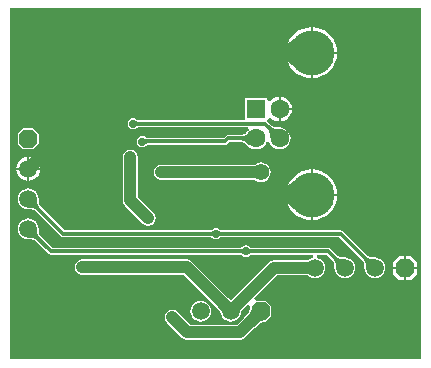
<source format=gbl>
%FSLAX25Y25*%
%MOIN*%
G70*
G01*
G75*
G04 Layer_Physical_Order=2*
G04 Layer_Color=16711680*
%ADD10R,0.05906X0.05118*%
%ADD11R,0.04921X0.01181*%
%ADD12R,0.05118X0.05906*%
%ADD13R,0.08012X0.05906*%
%ADD14R,0.08661X0.05906*%
%ADD15C,0.03937*%
%ADD16C,0.01181*%
%ADD17C,0.05906*%
G04:AMPARAMS|DCode=18|XSize=59.06mil|YSize=59.06mil|CornerRadius=0mil|HoleSize=0mil|Usage=FLASHONLY|Rotation=270.000|XOffset=0mil|YOffset=0mil|HoleType=Round|Shape=Octagon|*
%AMOCTAGOND18*
4,1,8,-0.01476,-0.02953,0.01476,-0.02953,0.02953,-0.01476,0.02953,0.01476,0.01476,0.02953,-0.01476,0.02953,-0.02953,0.01476,-0.02953,-0.01476,-0.01476,-0.02953,0.0*
%
%ADD18OCTAGOND18*%

G04:AMPARAMS|DCode=19|XSize=59.06mil|YSize=59.06mil|CornerRadius=0mil|HoleSize=0mil|Usage=FLASHONLY|Rotation=180.000|XOffset=0mil|YOffset=0mil|HoleType=Round|Shape=Octagon|*
%AMOCTAGOND19*
4,1,8,-0.02953,0.01476,-0.02953,-0.01476,-0.01476,-0.02953,0.01476,-0.02953,0.02953,-0.01476,0.02953,0.01476,0.01476,0.02953,-0.01476,0.02953,-0.02953,0.01476,0.0*
%
%ADD19OCTAGOND19*%

%ADD20C,0.14961*%
%ADD21C,0.06299*%
%ADD22R,0.06299X0.06299*%
%ADD23C,0.02756*%
%ADD24C,0.03937*%
%ADD25C,0.05512*%
G36*
X191000Y54000D02*
X54000D01*
Y171000D01*
X191000D01*
Y54000D01*
D02*
G37*
%LPC*%
G36*
X154744Y117291D02*
Y109095D01*
X162941D01*
X162806Y110462D01*
X162321Y112060D01*
X161534Y113533D01*
X160474Y114825D01*
X159183Y115884D01*
X157710Y116672D01*
X156111Y117157D01*
X154744Y117291D01*
D02*
G37*
G36*
X154154D02*
X152786Y117157D01*
X151188Y116672D01*
X149715Y115884D01*
X148423Y114825D01*
X147364Y113533D01*
X146604Y112112D01*
X146625Y112124D01*
X147275Y112541D01*
X147930Y113022D01*
X148588Y113567D01*
X149249Y114177D01*
X149113Y109095D01*
X154154D01*
Y117291D01*
D02*
G37*
G36*
Y108504D02*
X149097D01*
X148968Y103708D01*
X148350Y104340D01*
X147729Y104905D01*
X147107Y105403D01*
X146487Y105832D01*
X146576Y105538D01*
X147364Y104065D01*
X148423Y102774D01*
X149715Y101714D01*
X151188Y100926D01*
X152786Y100442D01*
X154154Y100307D01*
Y108504D01*
D02*
G37*
G36*
X137500Y119615D02*
X136652Y119503D01*
X135862Y119176D01*
X135434Y118847D01*
X104339D01*
X103378Y118656D01*
X102565Y118113D01*
X102021Y117299D01*
X101830Y116339D01*
X102021Y115378D01*
X102565Y114565D01*
X103378Y114021D01*
X104339Y113830D01*
X135434D01*
X135862Y113501D01*
X136652Y113174D01*
X137500Y113063D01*
X138348Y113174D01*
X139138Y113501D01*
X139816Y114022D01*
X140337Y114700D01*
X140664Y115491D01*
X140776Y116339D01*
X140664Y117186D01*
X140337Y117977D01*
X139816Y118655D01*
X139138Y119176D01*
X138348Y119503D01*
X137500Y119615D01*
D02*
G37*
G36*
X59705Y121448D02*
X58968Y121351D01*
X58007Y120953D01*
X57181Y120319D01*
X56547Y119493D01*
X56149Y118532D01*
X56052Y117795D01*
X59705D01*
Y121448D01*
D02*
G37*
G36*
X63948Y117205D02*
X60295D01*
Y113552D01*
X61032Y113649D01*
X61993Y114047D01*
X62819Y114681D01*
X63453Y115507D01*
X63851Y116468D01*
X63948Y117205D01*
D02*
G37*
G36*
X59705D02*
X56052D01*
X56149Y116468D01*
X56547Y115507D01*
X57181Y114681D01*
X58007Y114047D01*
X58968Y113649D01*
X59705Y113552D01*
Y117205D01*
D02*
G37*
G36*
X162941Y108504D02*
X154744D01*
Y100307D01*
X156111Y100442D01*
X157710Y100926D01*
X159183Y101714D01*
X160474Y102774D01*
X161534Y104065D01*
X162321Y105538D01*
X162806Y107137D01*
X162941Y108504D01*
D02*
G37*
G36*
X60000Y100975D02*
X59101Y100856D01*
X58263Y100509D01*
X57543Y99957D01*
X56991Y99237D01*
X56644Y98399D01*
X56525Y97500D01*
X56644Y96601D01*
X56991Y95763D01*
X57543Y95043D01*
X58263Y94491D01*
X59101Y94144D01*
X59986Y94027D01*
X60013Y94015D01*
X60769Y93992D01*
X61085Y93959D01*
X61376Y93912D01*
X61638Y93852D01*
X61869Y93780D01*
X62070Y93699D01*
X62241Y93608D01*
X62385Y93511D01*
X62530Y93384D01*
X62569Y93370D01*
X66719Y89219D01*
X67078Y88980D01*
X67500Y88896D01*
X130371D01*
X130414Y88877D01*
X130540Y88874D01*
X130641Y88865D01*
X130733Y88851D01*
X130815Y88834D01*
X130887Y88812D01*
X130950Y88787D01*
X131006Y88760D01*
X131054Y88730D01*
X131097Y88698D01*
X131154Y88644D01*
X131173Y88637D01*
X131770Y88238D01*
X132500Y88093D01*
X133230Y88238D01*
X133827Y88637D01*
X133846Y88644D01*
X133903Y88698D01*
X133946Y88730D01*
X133994Y88760D01*
X134050Y88787D01*
X134113Y88812D01*
X134185Y88834D01*
X134267Y88851D01*
X134359Y88865D01*
X134460Y88874D01*
X134586Y88877D01*
X134629Y88896D01*
X154838D01*
X154904Y87896D01*
X154601Y87856D01*
X153763Y87509D01*
X153218Y87091D01*
X151658Y87009D01*
X142000D01*
X142000Y87009D01*
X141040Y86818D01*
X140226Y86274D01*
X128099Y74147D01*
X127588Y73659D01*
X127533Y73612D01*
X126558Y74490D01*
X114534Y86514D01*
X113720Y87058D01*
X112760Y87249D01*
X78000D01*
X77040Y87058D01*
X76226Y86514D01*
X75682Y85700D01*
X75491Y84740D01*
X75682Y83780D01*
X76226Y82966D01*
X77040Y82422D01*
X78000Y82231D01*
X111721D01*
X123353Y70599D01*
X123841Y70088D01*
X124020Y69879D01*
X124046Y69844D01*
X124144Y69101D01*
X124491Y68263D01*
X125043Y67543D01*
X125763Y66991D01*
X126601Y66644D01*
X127500Y66525D01*
X128399Y66644D01*
X129237Y66991D01*
X129957Y67543D01*
X130509Y68263D01*
X130856Y69101D01*
X130946Y69781D01*
X131990Y70942D01*
X133256Y72208D01*
X134055Y71593D01*
Y71566D01*
X134028Y71514D01*
X134004Y71216D01*
X133936Y70925D01*
X133817Y70596D01*
X133643Y70233D01*
X133412Y69838D01*
X133124Y69412D01*
X132782Y68962D01*
X131912Y67965D01*
X131748Y67796D01*
X129461Y65509D01*
X114039D01*
X109774Y69774D01*
X108960Y70318D01*
X108000Y70509D01*
X107040Y70318D01*
X106226Y69774D01*
X105682Y68960D01*
X105491Y68000D01*
X105682Y67040D01*
X106226Y66226D01*
X111226Y61226D01*
X112040Y60682D01*
X113000Y60491D01*
X130500D01*
X131460Y60682D01*
X132274Y61226D01*
X135296Y64248D01*
X135465Y64412D01*
X136462Y65282D01*
X136912Y65624D01*
X137338Y65912D01*
X137733Y66143D01*
X138096Y66317D01*
X138425Y66436D01*
X138716Y66504D01*
X139014Y66528D01*
X139066Y66555D01*
X139222D01*
X140945Y68278D01*
Y71722D01*
X139222Y73445D01*
X135907D01*
X135292Y74244D01*
X143039Y81991D01*
X152144D01*
X152850Y81975D01*
X153125Y81954D01*
X153168Y81947D01*
X153763Y81491D01*
X154601Y81144D01*
X155500Y81025D01*
X156399Y81144D01*
X157237Y81491D01*
X157957Y82043D01*
X158509Y82763D01*
X158856Y83601D01*
X158975Y84500D01*
X158856Y85399D01*
X158509Y86237D01*
X157957Y86957D01*
X157237Y87509D01*
X156399Y87856D01*
X156096Y87896D01*
X156162Y88896D01*
X159543D01*
X161370Y87069D01*
X161383Y87030D01*
X161511Y86885D01*
X161608Y86741D01*
X161699Y86570D01*
X161781Y86369D01*
X161852Y86137D01*
X161912Y85876D01*
X161958Y85591D01*
X162011Y84907D01*
X162015Y84524D01*
X162025Y84499D01*
X162144Y83601D01*
X162491Y82763D01*
X163043Y82043D01*
X163763Y81491D01*
X164601Y81144D01*
X165500Y81025D01*
X166399Y81144D01*
X167237Y81491D01*
X167957Y82043D01*
X168509Y82763D01*
X168856Y83601D01*
X168975Y84500D01*
X168856Y85399D01*
X168509Y86237D01*
X167957Y86957D01*
X167237Y87509D01*
X166399Y87856D01*
X165514Y87973D01*
X165487Y87985D01*
X164731Y88008D01*
X164415Y88041D01*
X164124Y88088D01*
X163863Y88148D01*
X163631Y88219D01*
X163430Y88301D01*
X163259Y88392D01*
X163115Y88489D01*
X162970Y88617D01*
X162931Y88630D01*
X160781Y90781D01*
X160422Y91020D01*
X160000Y91104D01*
X134629D01*
X134586Y91123D01*
X134460Y91126D01*
X134359Y91135D01*
X134267Y91149D01*
X134185Y91166D01*
X134113Y91188D01*
X134050Y91213D01*
X133994Y91240D01*
X133946Y91270D01*
X133903Y91302D01*
X133846Y91356D01*
X133827Y91363D01*
X133230Y91762D01*
X132500Y91907D01*
X131770Y91762D01*
X131173Y91363D01*
X131154Y91356D01*
X131097Y91302D01*
X131054Y91270D01*
X131006Y91240D01*
X130950Y91213D01*
X130887Y91188D01*
X130815Y91166D01*
X130733Y91149D01*
X130641Y91135D01*
X130540Y91126D01*
X130414Y91123D01*
X130371Y91104D01*
X67957D01*
X64130Y94931D01*
X64117Y94970D01*
X63989Y95115D01*
X63892Y95259D01*
X63801Y95430D01*
X63719Y95631D01*
X63648Y95863D01*
X63588Y96124D01*
X63542Y96409D01*
X63489Y97093D01*
X63485Y97476D01*
X63475Y97501D01*
X63356Y98399D01*
X63009Y99237D01*
X62457Y99957D01*
X61737Y100509D01*
X60899Y100856D01*
X60000Y100975D01*
D02*
G37*
G36*
Y110975D02*
X59101Y110856D01*
X58263Y110509D01*
X57543Y109957D01*
X56991Y109237D01*
X56644Y108399D01*
X56525Y107500D01*
X56644Y106601D01*
X56991Y105763D01*
X57543Y105043D01*
X58263Y104491D01*
X59101Y104144D01*
X59986Y104027D01*
X60013Y104015D01*
X60769Y103992D01*
X61085Y103959D01*
X61376Y103912D01*
X61638Y103852D01*
X61869Y103780D01*
X62070Y103699D01*
X62241Y103608D01*
X62385Y103511D01*
X62530Y103383D01*
X62569Y103370D01*
X70853Y95086D01*
X71211Y94846D01*
X71634Y94762D01*
X120371D01*
X120414Y94743D01*
X120539Y94740D01*
X120641Y94731D01*
X120733Y94718D01*
X120815Y94700D01*
X120887Y94678D01*
X120950Y94653D01*
X121006Y94626D01*
X121054Y94596D01*
X121097Y94564D01*
X121154Y94511D01*
X121173Y94503D01*
X121770Y94105D01*
X122500Y93959D01*
X123230Y94105D01*
X123827Y94503D01*
X123846Y94511D01*
X123903Y94564D01*
X123946Y94596D01*
X123995Y94626D01*
X124050Y94653D01*
X124113Y94678D01*
X124185Y94700D01*
X124267Y94718D01*
X124359Y94731D01*
X124460Y94740D01*
X124586Y94743D01*
X124629Y94762D01*
X163677D01*
X171370Y87069D01*
X171383Y87030D01*
X171511Y86885D01*
X171608Y86741D01*
X171699Y86570D01*
X171781Y86369D01*
X171852Y86137D01*
X171912Y85876D01*
X171958Y85591D01*
X172011Y84907D01*
X172015Y84524D01*
X172026Y84499D01*
X172144Y83601D01*
X172491Y82763D01*
X173043Y82043D01*
X173763Y81491D01*
X174601Y81144D01*
X175500Y81025D01*
X176399Y81144D01*
X177237Y81491D01*
X177957Y82043D01*
X178509Y82763D01*
X178856Y83601D01*
X178975Y84500D01*
X178856Y85399D01*
X178509Y86237D01*
X177957Y86957D01*
X177237Y87509D01*
X176399Y87856D01*
X175514Y87973D01*
X175487Y87985D01*
X174731Y88008D01*
X174415Y88041D01*
X174124Y88088D01*
X173863Y88148D01*
X173631Y88219D01*
X173430Y88301D01*
X173259Y88392D01*
X173115Y88489D01*
X172970Y88617D01*
X172931Y88630D01*
X164914Y96647D01*
X164556Y96886D01*
X164134Y96970D01*
X124629D01*
X124586Y96989D01*
X124460Y96992D01*
X124359Y97001D01*
X124267Y97015D01*
X124185Y97033D01*
X124113Y97054D01*
X124050Y97079D01*
X123994Y97106D01*
X123946Y97136D01*
X123903Y97168D01*
X123846Y97222D01*
X123827Y97229D01*
X123230Y97628D01*
X122500Y97773D01*
X121770Y97628D01*
X121173Y97229D01*
X121154Y97222D01*
X121097Y97169D01*
X121054Y97136D01*
X121005Y97106D01*
X120950Y97079D01*
X120887Y97054D01*
X120815Y97033D01*
X120733Y97015D01*
X120641Y97001D01*
X120539Y96992D01*
X120414Y96989D01*
X120371Y96970D01*
X72091D01*
X64130Y104931D01*
X64117Y104970D01*
X63989Y105115D01*
X63892Y105259D01*
X63801Y105430D01*
X63719Y105631D01*
X63648Y105862D01*
X63588Y106124D01*
X63542Y106409D01*
X63489Y107093D01*
X63485Y107476D01*
X63475Y107501D01*
X63356Y108399D01*
X63009Y109237D01*
X62457Y109957D01*
X61737Y110509D01*
X60899Y110856D01*
X60000Y110975D01*
D02*
G37*
G36*
X187476Y88453D02*
X185795D01*
Y84795D01*
X189453D01*
Y86476D01*
X187476Y88453D01*
D02*
G37*
G36*
X189453Y84205D02*
X185795D01*
Y80547D01*
X187476D01*
X189453Y82524D01*
Y84205D01*
D02*
G37*
G36*
X185205Y88453D02*
X183524D01*
X181547Y86476D01*
Y84795D01*
X185205D01*
Y88453D01*
D02*
G37*
G36*
X94000Y123792D02*
X93040Y123601D01*
X92226Y123057D01*
X91682Y122243D01*
X91491Y121283D01*
Y107000D01*
X91682Y106040D01*
X92226Y105226D01*
X98226Y99226D01*
X99040Y98682D01*
X100000Y98491D01*
X100960Y98682D01*
X101774Y99226D01*
X102318Y100040D01*
X102509Y101000D01*
X102318Y101960D01*
X101774Y102774D01*
X96509Y108039D01*
Y121283D01*
X96318Y122243D01*
X95774Y123057D01*
X94960Y123601D01*
X94000Y123792D01*
D02*
G37*
G36*
X185205Y84205D02*
X181547D01*
Y82524D01*
X183524Y80547D01*
X185205D01*
Y84205D01*
D02*
G37*
G36*
X147926Y137126D02*
X144075D01*
Y133275D01*
X144863Y133379D01*
X145872Y133797D01*
X146739Y134462D01*
X147404Y135329D01*
X147822Y136338D01*
X147926Y137126D01*
D02*
G37*
G36*
X154154Y164693D02*
X152786Y164558D01*
X151188Y164074D01*
X149715Y163286D01*
X148423Y162226D01*
X147364Y160935D01*
X146576Y159462D01*
X146539Y159339D01*
X146551Y159346D01*
X147189Y159771D01*
X147827Y160261D01*
X148467Y160816D01*
X149107Y161437D01*
Y156496D01*
X154154D01*
Y164693D01*
D02*
G37*
G36*
X117500Y73475D02*
X116601Y73356D01*
X115763Y73009D01*
X115043Y72457D01*
X114491Y71737D01*
X114144Y70899D01*
X114025Y70000D01*
X114144Y69101D01*
X114491Y68263D01*
X115043Y67543D01*
X115763Y66991D01*
X116601Y66644D01*
X117500Y66525D01*
X118399Y66644D01*
X119237Y66991D01*
X119957Y67543D01*
X120509Y68263D01*
X120856Y69101D01*
X120975Y70000D01*
X120856Y70899D01*
X120509Y71737D01*
X119957Y72457D01*
X119237Y73009D01*
X118399Y73356D01*
X117500Y73475D01*
D02*
G37*
G36*
X144075Y141568D02*
Y137716D01*
X147926D01*
X147822Y138505D01*
X147404Y139514D01*
X146739Y140381D01*
X145872Y141046D01*
X144863Y141464D01*
X144075Y141568D01*
D02*
G37*
G36*
X154154Y155905D02*
X149107D01*
Y150965D01*
X148467Y151585D01*
X147827Y152141D01*
X147189Y152631D01*
X146551Y153056D01*
X146539Y153063D01*
X146576Y152940D01*
X147364Y151467D01*
X148423Y150175D01*
X149715Y149116D01*
X151188Y148328D01*
X152786Y147843D01*
X154154Y147708D01*
Y155905D01*
D02*
G37*
G36*
X162941D02*
X154744D01*
Y147708D01*
X156111Y147843D01*
X157710Y148328D01*
X159183Y149116D01*
X160474Y150175D01*
X161534Y151467D01*
X162321Y152940D01*
X162806Y154538D01*
X162941Y155905D01*
D02*
G37*
G36*
X143484Y141568D02*
X142696Y141464D01*
X141687Y141046D01*
X140820Y140381D01*
X140547Y140025D01*
X139547Y140365D01*
Y141063D01*
X132264D01*
Y134604D01*
X132264Y133780D01*
X131337Y133604D01*
X131336D01*
X97129D01*
X97086Y133623D01*
X96961Y133626D01*
X96859Y133635D01*
X96767Y133649D01*
X96685Y133666D01*
X96613Y133688D01*
X96550Y133713D01*
X96494Y133740D01*
X96446Y133770D01*
X96403Y133802D01*
X96346Y133856D01*
X96327Y133863D01*
X95730Y134262D01*
X95000Y134407D01*
X94270Y134262D01*
X93652Y133848D01*
X93238Y133230D01*
X93093Y132500D01*
X93238Y131770D01*
X93652Y131152D01*
X94270Y130738D01*
X95000Y130593D01*
X95730Y130738D01*
X96327Y131137D01*
X96346Y131144D01*
X96403Y131198D01*
X96446Y131230D01*
X96495Y131260D01*
X96550Y131287D01*
X96613Y131312D01*
X96685Y131334D01*
X96767Y131351D01*
X96859Y131365D01*
X96961Y131374D01*
X97086Y131377D01*
X97129Y131396D01*
X133256D01*
X133595Y130396D01*
X133312Y130179D01*
X133291Y130171D01*
X132688Y129602D01*
X132419Y129381D01*
X132158Y129190D01*
X131911Y129032D01*
X131679Y128907D01*
X131464Y128814D01*
X131266Y128750D01*
X131086Y128715D01*
X130886Y128701D01*
X130849Y128683D01*
X126579D01*
X126579Y128683D01*
X126156Y128599D01*
X125798Y128359D01*
X125798Y128359D01*
X125118Y127679D01*
X100090D01*
X100047Y127698D01*
X99921Y127701D01*
X99817Y127709D01*
X99722Y127722D01*
X99636Y127740D01*
X99560Y127761D01*
X99492Y127786D01*
X99432Y127813D01*
X99379Y127843D01*
X99332Y127875D01*
X99271Y127926D01*
X99198Y127949D01*
X98730Y128262D01*
X98000Y128407D01*
X97270Y128262D01*
X96652Y127848D01*
X96238Y127230D01*
X96093Y126500D01*
X96238Y125770D01*
X96652Y125152D01*
X97270Y124738D01*
X98000Y124593D01*
X98730Y124738D01*
X99348Y125152D01*
X99383Y125204D01*
X99416Y125218D01*
X99470Y125273D01*
X99508Y125305D01*
X99551Y125334D01*
X99602Y125361D01*
X99660Y125386D01*
X99728Y125407D01*
X99806Y125426D01*
X99895Y125440D01*
X99995Y125448D01*
X100119Y125452D01*
X100128Y125455D01*
X100137Y125452D01*
X100174Y125471D01*
X125575D01*
X125997Y125555D01*
X126355Y125794D01*
X127036Y126475D01*
X130849D01*
X130886Y126457D01*
X131086Y126443D01*
X131266Y126407D01*
X131464Y126344D01*
X131679Y126250D01*
X131911Y126125D01*
X132158Y125967D01*
X132414Y125780D01*
X132983Y125289D01*
X133283Y124994D01*
X133306Y124985D01*
X133308Y124981D01*
X134069Y124398D01*
X134955Y124031D01*
X135906Y123906D01*
X136856Y124031D01*
X137742Y124398D01*
X138503Y124981D01*
X139087Y125742D01*
X139308Y126276D01*
X140377D01*
X140598Y125742D01*
X141182Y124981D01*
X141943Y124398D01*
X142829Y124031D01*
X143780Y123906D01*
X144730Y124031D01*
X145616Y124398D01*
X146377Y124981D01*
X146961Y125742D01*
X147327Y126628D01*
X147453Y127579D01*
X147327Y128529D01*
X146961Y129415D01*
X146377Y130176D01*
X145616Y130760D01*
X144730Y131127D01*
X143784Y131251D01*
X143763Y131261D01*
X142936Y131285D01*
X142589Y131319D01*
X142269Y131368D01*
X141983Y131431D01*
X141731Y131506D01*
X141512Y131593D01*
X141328Y131688D01*
X141175Y131790D01*
X141023Y131922D01*
X140985Y131935D01*
X139966Y132953D01*
X139966Y132953D01*
X139667Y133544D01*
X139812Y134132D01*
X140519Y134363D01*
X140895Y134404D01*
X141687Y133797D01*
X142696Y133379D01*
X143484Y133275D01*
Y137421D01*
Y141568D01*
D02*
G37*
G36*
X62732Y120386D02*
X62886Y120232D01*
X62819Y120319D01*
X62732Y120386D01*
D02*
G37*
G36*
X63851Y118529D02*
X63192Y117795D01*
X63948D01*
X63851Y118529D01*
D02*
G37*
G36*
X60295Y120187D02*
Y117795D01*
X62687D01*
X60295Y120187D01*
D02*
G37*
G36*
Y121448D02*
Y120635D01*
X60445Y120764D01*
X61052Y121343D01*
X61032Y121351D01*
X60295Y121448D01*
D02*
G37*
G36*
X154744Y164693D02*
Y156496D01*
X162941D01*
X162806Y157863D01*
X162321Y159462D01*
X161534Y160935D01*
X160474Y162226D01*
X159183Y163286D01*
X157710Y164074D01*
X156111Y164558D01*
X154744Y164693D01*
D02*
G37*
G36*
X61722Y130945D02*
X58278D01*
X56555Y129222D01*
Y125778D01*
X58278Y124055D01*
X61722D01*
X63445Y125778D01*
Y129222D01*
X61722Y130945D01*
D02*
G37*
%LPD*%
G36*
X162789Y88067D02*
X162984Y87935D01*
X163205Y87818D01*
X163452Y87717D01*
X163724Y87633D01*
X164022Y87565D01*
X164346Y87513D01*
X164695Y87476D01*
X165471Y87453D01*
X162547Y84530D01*
X162543Y84930D01*
X162487Y85654D01*
X162435Y85978D01*
X162367Y86276D01*
X162283Y86548D01*
X162182Y86795D01*
X162065Y87016D01*
X161933Y87211D01*
X161784Y87381D01*
X162619Y88216D01*
X162789Y88067D01*
D02*
G37*
G36*
X153391Y82433D02*
X153355Y82452D01*
X153286Y82468D01*
X153183Y82483D01*
X152877Y82507D01*
X151864Y82530D01*
X151528Y82531D01*
Y86468D01*
X153391Y86567D01*
Y82433D01*
D02*
G37*
G36*
X127471Y72953D02*
X124547Y70029D01*
X124535Y70068D01*
X124498Y70129D01*
X124436Y70212D01*
X124236Y70445D01*
X123537Y71178D01*
X123299Y71417D01*
X126083Y74201D01*
X127471Y72953D01*
D02*
G37*
G36*
X131701Y71417D02*
X130453Y70029D01*
X127530Y72953D01*
X127568Y72965D01*
X127629Y73002D01*
X127712Y73064D01*
X127945Y73264D01*
X128678Y73963D01*
X128917Y74201D01*
X131701Y71417D01*
D02*
G37*
G36*
X138970Y67059D02*
X138633Y67031D01*
X138273Y66948D01*
X137890Y66809D01*
X137484Y66614D01*
X137054Y66363D01*
X136601Y66057D01*
X136126Y65695D01*
X135105Y64804D01*
X134559Y64275D01*
X131775Y67059D01*
X132304Y67605D01*
X133195Y68625D01*
X133557Y69101D01*
X133863Y69554D01*
X134114Y69984D01*
X134309Y70390D01*
X134448Y70773D01*
X134531Y71133D01*
X134559Y71470D01*
X138970Y67059D01*
D02*
G37*
G36*
X133656Y125374D02*
X133344Y125681D01*
X132746Y126197D01*
X132459Y126407D01*
X132182Y126585D01*
X131913Y126730D01*
X131652Y126843D01*
X131400Y126924D01*
X131157Y126972D01*
X130922Y126988D01*
Y128169D01*
X131157Y128185D01*
X131400Y128234D01*
X131652Y128315D01*
X131913Y128428D01*
X132182Y128573D01*
X132459Y128750D01*
X132746Y128960D01*
X133041Y129202D01*
X133656Y129783D01*
Y125374D01*
D02*
G37*
G36*
X62957Y107070D02*
X63013Y106346D01*
X63065Y106022D01*
X63133Y105724D01*
X63218Y105452D01*
X63318Y105205D01*
X63435Y104984D01*
X63567Y104789D01*
X63716Y104619D01*
X62881Y103784D01*
X62711Y103933D01*
X62516Y104065D01*
X62295Y104182D01*
X62048Y104282D01*
X61776Y104367D01*
X61478Y104435D01*
X61154Y104487D01*
X60805Y104524D01*
X60030Y104547D01*
X62953Y107471D01*
X62957Y107070D01*
D02*
G37*
G36*
X99010Y127450D02*
X99097Y127390D01*
X99191Y127337D01*
X99291Y127292D01*
X99398Y127253D01*
X99512Y127222D01*
X99632Y127197D01*
X99759Y127179D01*
X99893Y127169D01*
X100033Y127165D01*
X100105Y125984D01*
X99964Y125980D01*
X99830Y125969D01*
X99704Y125949D01*
X99586Y125921D01*
X99476Y125886D01*
X99372Y125842D01*
X99277Y125791D01*
X99189Y125732D01*
X99108Y125665D01*
X99035Y125590D01*
X98930Y127517D01*
X99010Y127450D01*
D02*
G37*
G36*
X96061Y133394D02*
X96145Y133330D01*
X96236Y133274D01*
X96334Y133225D01*
X96439Y133184D01*
X96552Y133150D01*
X96671Y133124D01*
X96798Y133106D01*
X96931Y133094D01*
X97072Y133091D01*
Y131909D01*
X96931Y131906D01*
X96798Y131895D01*
X96671Y131876D01*
X96552Y131850D01*
X96439Y131816D01*
X96334Y131775D01*
X96236Y131726D01*
X96145Y131670D01*
X96061Y131606D01*
X95984Y131535D01*
Y133465D01*
X96061Y133394D01*
D02*
G37*
G36*
X140851Y131366D02*
X141057Y131228D01*
X141292Y131107D01*
X141556Y131002D01*
X141849Y130915D01*
X142171Y130844D01*
X142522Y130790D01*
X142902Y130753D01*
X143748Y130728D01*
X140630Y127610D01*
X140626Y128048D01*
X140568Y128836D01*
X140514Y129187D01*
X140443Y129509D01*
X140356Y129802D01*
X140252Y130066D01*
X140130Y130301D01*
X139993Y130508D01*
X139838Y130685D01*
X140673Y131520D01*
X140851Y131366D01*
D02*
G37*
G36*
X123561Y96760D02*
X123645Y96696D01*
X123736Y96640D01*
X123834Y96591D01*
X123939Y96550D01*
X124052Y96517D01*
X124171Y96490D01*
X124297Y96472D01*
X124431Y96460D01*
X124572Y96457D01*
Y95276D01*
X124431Y95272D01*
X124297Y95261D01*
X124171Y95242D01*
X124052Y95216D01*
X123939Y95182D01*
X123834Y95141D01*
X123736Y95092D01*
X123645Y95036D01*
X123561Y94973D01*
X123484Y94902D01*
Y96831D01*
X123561Y96760D01*
D02*
G37*
G36*
X131516Y89035D02*
X131439Y89107D01*
X131355Y89170D01*
X131264Y89226D01*
X131166Y89275D01*
X131061Y89316D01*
X130948Y89350D01*
X130829Y89376D01*
X130702Y89394D01*
X130569Y89406D01*
X130428Y89410D01*
Y90591D01*
X130569Y90594D01*
X130702Y90605D01*
X130829Y90624D01*
X130948Y90650D01*
X131061Y90684D01*
X131166Y90725D01*
X131264Y90774D01*
X131355Y90830D01*
X131439Y90894D01*
X131516Y90965D01*
Y89035D01*
D02*
G37*
G36*
X172789Y88067D02*
X172984Y87935D01*
X173205Y87818D01*
X173452Y87717D01*
X173724Y87633D01*
X174022Y87565D01*
X174346Y87513D01*
X174695Y87476D01*
X175470Y87453D01*
X172547Y84530D01*
X172544Y84930D01*
X172487Y85654D01*
X172435Y85978D01*
X172367Y86276D01*
X172283Y86548D01*
X172182Y86795D01*
X172065Y87016D01*
X171933Y87211D01*
X171784Y87381D01*
X172619Y88216D01*
X172789Y88067D01*
D02*
G37*
G36*
X133561Y90894D02*
X133645Y90830D01*
X133736Y90774D01*
X133834Y90725D01*
X133939Y90684D01*
X134052Y90650D01*
X134171Y90624D01*
X134298Y90605D01*
X134431Y90594D01*
X134572Y90591D01*
Y89410D01*
X134431Y89406D01*
X134298Y89394D01*
X134171Y89376D01*
X134052Y89350D01*
X133939Y89316D01*
X133834Y89275D01*
X133736Y89226D01*
X133645Y89170D01*
X133561Y89107D01*
X133484Y89035D01*
Y90965D01*
X133561Y90894D01*
D02*
G37*
G36*
X121516Y94902D02*
X121439Y94973D01*
X121355Y95036D01*
X121264Y95092D01*
X121166Y95141D01*
X121061Y95182D01*
X120948Y95216D01*
X120829Y95242D01*
X120703Y95261D01*
X120569Y95272D01*
X120428Y95276D01*
Y96457D01*
X120569Y96460D01*
X120703Y96472D01*
X120829Y96490D01*
X120948Y96517D01*
X121061Y96550D01*
X121166Y96591D01*
X121264Y96640D01*
X121355Y96696D01*
X121439Y96760D01*
X121516Y96831D01*
Y94902D01*
D02*
G37*
G36*
X62957Y97070D02*
X63013Y96346D01*
X63065Y96022D01*
X63133Y95724D01*
X63218Y95452D01*
X63318Y95205D01*
X63435Y94984D01*
X63567Y94789D01*
X63716Y94619D01*
X62881Y93784D01*
X62711Y93933D01*
X62516Y94065D01*
X62295Y94182D01*
X62048Y94283D01*
X61776Y94367D01*
X61478Y94435D01*
X61154Y94487D01*
X60805Y94524D01*
X60030Y94547D01*
X62953Y97470D01*
X62957Y97070D01*
D02*
G37*
D15*
X98701Y156201D02*
X154449D01*
X60000Y117500D02*
X98701Y156201D01*
X104339Y116339D02*
X137500D01*
X154248Y109000D02*
X154449Y108799D01*
X100000Y109000D02*
X154248D01*
X112760Y84740D02*
X127500Y70000D01*
X78000Y84740D02*
X112760D01*
X94000Y107000D02*
Y121283D01*
Y107000D02*
X100000Y101000D01*
X108000Y68000D02*
X113000Y63000D01*
X130500D01*
X137500Y70000D01*
X142000Y84500D02*
X155500D01*
X127500Y70000D02*
X142000Y84500D01*
D16*
X60000Y97500D02*
X67500Y90000D01*
X138858Y132500D02*
X143780Y127579D01*
X95000Y132500D02*
X138858D01*
X126579Y127579D02*
X135906D01*
X125575Y126575D02*
X126579Y127579D01*
X98000Y126575D02*
X125575D01*
X60000Y107500D02*
X71634Y95866D01*
X122500D01*
X67500Y90000D02*
X132500D01*
X160000D02*
X165500Y84500D01*
X132500Y90000D02*
X160000D01*
X164134Y95866D02*
X175500Y84500D01*
X122500Y95866D02*
X164134D01*
D17*
X60000Y97500D02*
D03*
Y107500D02*
D03*
Y117500D02*
D03*
X117500Y70000D02*
D03*
X127500D02*
D03*
X155500Y84500D02*
D03*
X165500D02*
D03*
X175500D02*
D03*
D18*
X60000Y127500D02*
D03*
D19*
X137500Y70000D02*
D03*
X185500Y84500D02*
D03*
D20*
X154449Y108799D02*
D03*
Y156201D02*
D03*
D21*
X143780Y127579D02*
D03*
Y137421D02*
D03*
X135906Y127579D02*
D03*
D22*
Y137421D02*
D03*
D23*
X95000Y132500D02*
D03*
X98000Y126500D02*
D03*
X122500Y95866D02*
D03*
X132500Y90000D02*
D03*
D24*
X104339Y116339D02*
D03*
X100000Y109000D02*
D03*
X94000Y121283D02*
D03*
X78000Y84740D02*
D03*
X100000Y101000D02*
D03*
X108000Y68000D02*
D03*
D25*
X137500Y116339D02*
D03*
M02*

</source>
